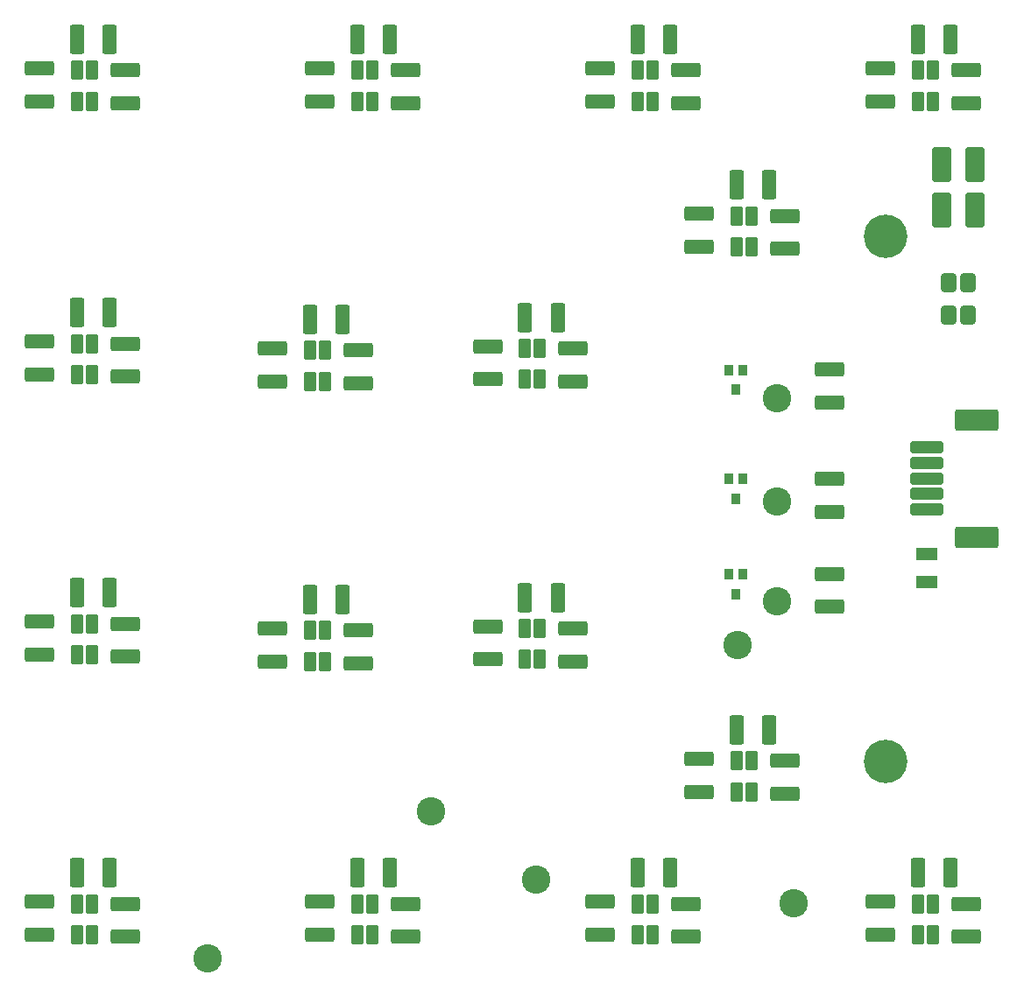
<source format=gts>
G04*
G04 #@! TF.GenerationSoftware,Altium Limited,Altium Designer,21.2.1 (34)*
G04*
G04 Layer_Color=8388736*
%FSLAX25Y25*%
%MOIN*%
G70*
G04*
G04 #@! TF.SameCoordinates,5CDBF695-0DC9-45D6-B701-0AA4AA8D040A*
G04*
G04*
G04 #@! TF.FilePolarity,Negative*
G04*
G01*
G75*
%ADD24R,0.03556X0.04343*%
G04:AMPARAMS|DCode=25|XSize=43.43mil|YSize=126.11mil|CornerRadius=6.66mil|HoleSize=0mil|Usage=FLASHONLY|Rotation=270.000|XOffset=0mil|YOffset=0mil|HoleType=Round|Shape=RoundedRectangle|*
%AMROUNDEDRECTD25*
21,1,0.04343,0.11280,0,0,270.0*
21,1,0.03012,0.12611,0,0,270.0*
1,1,0.01332,-0.05640,-0.01506*
1,1,0.01332,-0.05640,0.01506*
1,1,0.01332,0.05640,0.01506*
1,1,0.01332,0.05640,-0.01506*
%
%ADD25ROUNDEDRECTD25*%
G04:AMPARAMS|DCode=26|XSize=82.8mil|YSize=165.48mil|CornerRadius=9.61mil|HoleSize=0mil|Usage=FLASHONLY|Rotation=270.000|XOffset=0mil|YOffset=0mil|HoleType=Round|Shape=RoundedRectangle|*
%AMROUNDEDRECTD26*
21,1,0.08280,0.14626,0,0,270.0*
21,1,0.06358,0.16548,0,0,270.0*
1,1,0.01922,-0.07313,-0.03179*
1,1,0.01922,-0.07313,0.03179*
1,1,0.01922,0.07313,0.03179*
1,1,0.01922,0.07313,-0.03179*
%
%ADD26ROUNDEDRECTD26*%
%ADD27R,0.08200X0.04700*%
G04:AMPARAMS|DCode=28|XSize=47.37mil|YSize=74.93mil|CornerRadius=7.94mil|HoleSize=0mil|Usage=FLASHONLY|Rotation=0.000|XOffset=0mil|YOffset=0mil|HoleType=Round|Shape=RoundedRectangle|*
%AMROUNDEDRECTD28*
21,1,0.04737,0.05906,0,0,0.0*
21,1,0.03150,0.07493,0,0,0.0*
1,1,0.01587,0.01575,-0.02953*
1,1,0.01587,-0.01575,-0.02953*
1,1,0.01587,-0.01575,0.02953*
1,1,0.01587,0.01575,0.02953*
%
%ADD28ROUNDEDRECTD28*%
G04:AMPARAMS|DCode=29|XSize=57.21mil|YSize=70.99mil|CornerRadius=8.92mil|HoleSize=0mil|Usage=FLASHONLY|Rotation=0.000|XOffset=0mil|YOffset=0mil|HoleType=Round|Shape=RoundedRectangle|*
%AMROUNDEDRECTD29*
21,1,0.05721,0.05315,0,0,0.0*
21,1,0.03937,0.07099,0,0,0.0*
1,1,0.01784,0.01968,-0.02657*
1,1,0.01784,-0.01968,-0.02657*
1,1,0.01784,-0.01968,0.02657*
1,1,0.01784,0.01968,0.02657*
%
%ADD29ROUNDEDRECTD29*%
G04:AMPARAMS|DCode=30|XSize=70.99mil|YSize=132.02mil|CornerRadius=8.72mil|HoleSize=0mil|Usage=FLASHONLY|Rotation=0.000|XOffset=0mil|YOffset=0mil|HoleType=Round|Shape=RoundedRectangle|*
%AMROUNDEDRECTD30*
21,1,0.07099,0.11457,0,0,0.0*
21,1,0.05354,0.13202,0,0,0.0*
1,1,0.01745,0.02677,-0.05728*
1,1,0.01745,-0.02677,-0.05728*
1,1,0.01745,-0.02677,0.05728*
1,1,0.01745,0.02677,0.05728*
%
%ADD30ROUNDEDRECTD30*%
G04:AMPARAMS|DCode=31|XSize=55.24mil|YSize=110.36mil|CornerRadius=7.54mil|HoleSize=0mil|Usage=FLASHONLY|Rotation=0.000|XOffset=0mil|YOffset=0mil|HoleType=Round|Shape=RoundedRectangle|*
%AMROUNDEDRECTD31*
21,1,0.05524,0.09528,0,0,0.0*
21,1,0.04016,0.11036,0,0,0.0*
1,1,0.01509,0.02008,-0.04764*
1,1,0.01509,-0.02008,-0.04764*
1,1,0.01509,-0.02008,0.04764*
1,1,0.01509,0.02008,0.04764*
%
%ADD31ROUNDEDRECTD31*%
G04:AMPARAMS|DCode=32|XSize=55.24mil|YSize=110.36mil|CornerRadius=7.54mil|HoleSize=0mil|Usage=FLASHONLY|Rotation=270.000|XOffset=0mil|YOffset=0mil|HoleType=Round|Shape=RoundedRectangle|*
%AMROUNDEDRECTD32*
21,1,0.05524,0.09528,0,0,270.0*
21,1,0.04016,0.11036,0,0,270.0*
1,1,0.01509,-0.04764,-0.02008*
1,1,0.01509,-0.04764,0.02008*
1,1,0.01509,0.04764,0.02008*
1,1,0.01509,0.04764,-0.02008*
%
%ADD32ROUNDEDRECTD32*%
%ADD33C,0.10800*%
%ADD34C,0.16548*%
D24*
X-54613Y71370D02*
D03*
X-59731D02*
D03*
X-57172Y63890D02*
D03*
X-54613Y107618D02*
D03*
X-59731D02*
D03*
X-57172Y100138D02*
D03*
X-54613Y149240D02*
D03*
X-59731D02*
D03*
X-57172Y141760D02*
D03*
D25*
X15525Y101937D02*
D03*
Y119653D02*
D03*
Y113748D02*
D03*
Y96031D02*
D03*
Y107843D02*
D03*
D26*
X34500Y129988D02*
D03*
Y85500D02*
D03*
D27*
X15525Y79024D02*
D03*
Y68524D02*
D03*
D28*
X17953Y-54094D02*
D03*
X12047D02*
D03*
Y-65905D02*
D03*
X17953D02*
D03*
X-88714Y-54094D02*
D03*
X-94619D02*
D03*
Y-65905D02*
D03*
X-88714D02*
D03*
X-195381Y-54094D02*
D03*
X-201286D02*
D03*
Y-65905D02*
D03*
X-195381D02*
D03*
X-302047Y-54094D02*
D03*
X-307953D02*
D03*
Y-65905D02*
D03*
X-302047D02*
D03*
X-51047Y405D02*
D03*
X-56953D02*
D03*
Y-11406D02*
D03*
X-51047D02*
D03*
X-131665Y50780D02*
D03*
X-137570D02*
D03*
Y38969D02*
D03*
X-131665D02*
D03*
X-213381Y50072D02*
D03*
X-219286D02*
D03*
Y38261D02*
D03*
X-213381D02*
D03*
X-302047Y52572D02*
D03*
X-307953D02*
D03*
Y40761D02*
D03*
X-302047D02*
D03*
X-51047Y207906D02*
D03*
X-56953D02*
D03*
Y196095D02*
D03*
X-51047D02*
D03*
X-131665Y157447D02*
D03*
X-137570D02*
D03*
Y145636D02*
D03*
X-131665D02*
D03*
X-213381Y156739D02*
D03*
X-219286D02*
D03*
Y144928D02*
D03*
X-213381D02*
D03*
X-302047Y159239D02*
D03*
X-307953D02*
D03*
Y147428D02*
D03*
X-302047D02*
D03*
X17953Y263405D02*
D03*
X12047D02*
D03*
Y251594D02*
D03*
X17953D02*
D03*
X-88714Y263405D02*
D03*
X-94619D02*
D03*
Y251594D02*
D03*
X-88714D02*
D03*
X-195381Y263405D02*
D03*
X-201286D02*
D03*
Y251594D02*
D03*
X-195381D02*
D03*
X-302047Y263405D02*
D03*
X-307953D02*
D03*
Y251594D02*
D03*
X-302047D02*
D03*
D29*
X31024Y170000D02*
D03*
X23976D02*
D03*
Y182500D02*
D03*
X31024D02*
D03*
D30*
X33898Y210000D02*
D03*
X21102D02*
D03*
X33898Y227500D02*
D03*
X21102D02*
D03*
D31*
X24646Y-42283D02*
D03*
X12047D02*
D03*
X-82021D02*
D03*
X-94619D02*
D03*
X-188688D02*
D03*
X-201286D02*
D03*
X-295354D02*
D03*
X-307953D02*
D03*
X-44354Y12217D02*
D03*
X-56953D02*
D03*
X-124972Y62591D02*
D03*
X-137570D02*
D03*
X-206688Y61883D02*
D03*
X-219286D02*
D03*
X-295354Y64383D02*
D03*
X-307953D02*
D03*
X-44354Y219717D02*
D03*
X-56953D02*
D03*
X-124972Y169258D02*
D03*
X-137570D02*
D03*
X-206688Y168550D02*
D03*
X-219286D02*
D03*
X-295354Y171050D02*
D03*
X-307953D02*
D03*
X24646Y275217D02*
D03*
X12047D02*
D03*
X-82021D02*
D03*
X-94619D02*
D03*
X-188688D02*
D03*
X-201286D02*
D03*
X-295354Y275217D02*
D03*
X-307953D02*
D03*
D32*
X-2000Y-65905D02*
D03*
Y-53307D02*
D03*
X-108667Y-65905D02*
D03*
Y-53307D02*
D03*
X30404Y-66693D02*
D03*
Y-54094D02*
D03*
X-76263Y-66693D02*
D03*
Y-54094D02*
D03*
X-215333Y-65905D02*
D03*
Y-53307D02*
D03*
X-322000Y-65905D02*
D03*
Y-53307D02*
D03*
X-21500Y71567D02*
D03*
Y58969D02*
D03*
X-182930Y-66693D02*
D03*
Y-54094D02*
D03*
X-289596D02*
D03*
Y-66693D02*
D03*
X-71000Y-11406D02*
D03*
Y1193D02*
D03*
X-151617Y38969D02*
D03*
Y51568D02*
D03*
X-233333Y38261D02*
D03*
Y50860D02*
D03*
X-38596Y-12193D02*
D03*
Y405D02*
D03*
X-119214Y38182D02*
D03*
Y50780D02*
D03*
X-200930Y37474D02*
D03*
Y50072D02*
D03*
X-21500Y107815D02*
D03*
Y95217D02*
D03*
X-322000Y40761D02*
D03*
Y53360D02*
D03*
X-71000Y196095D02*
D03*
Y208693D02*
D03*
X-151617Y158234D02*
D03*
Y145636D02*
D03*
X-289596Y52572D02*
D03*
Y39974D02*
D03*
X-38596Y207906D02*
D03*
Y195307D02*
D03*
X-119214Y157447D02*
D03*
Y144849D02*
D03*
X-21500Y149437D02*
D03*
Y136839D02*
D03*
X-233333Y144928D02*
D03*
Y157526D02*
D03*
X-322000Y147428D02*
D03*
Y160026D02*
D03*
X-2000Y251594D02*
D03*
Y264193D02*
D03*
X-200930Y144140D02*
D03*
Y156739D02*
D03*
X-289596Y146640D02*
D03*
Y159239D02*
D03*
X30404Y250807D02*
D03*
Y263405D02*
D03*
X-108667Y251594D02*
D03*
Y264193D02*
D03*
X-215333Y251594D02*
D03*
Y264193D02*
D03*
X-322000Y251594D02*
D03*
Y264193D02*
D03*
X-76263Y250807D02*
D03*
Y263405D02*
D03*
X-182930Y250807D02*
D03*
Y263405D02*
D03*
X-289596Y250807D02*
D03*
Y263405D02*
D03*
D33*
X-56500Y44500D02*
D03*
X-35000Y-54000D02*
D03*
X-41500Y61000D02*
D03*
Y99000D02*
D03*
Y138500D02*
D03*
X-258000Y-74803D02*
D03*
X-173000Y-19000D02*
D03*
X-133000Y-45000D02*
D03*
D34*
X0Y0D02*
D03*
Y200000D02*
D03*
M02*

</source>
